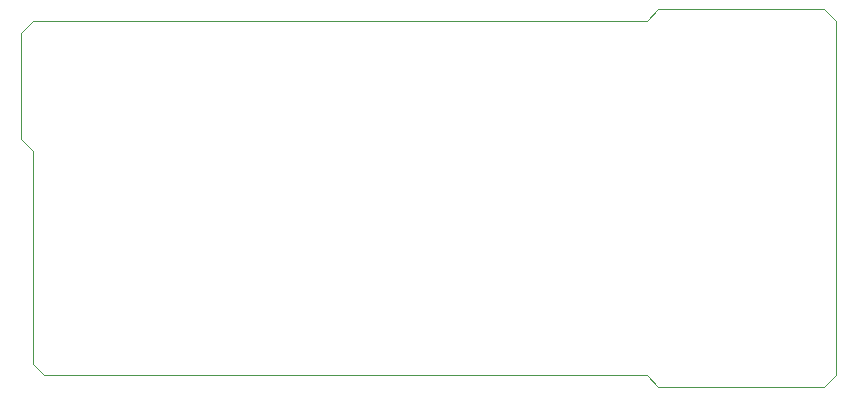
<source format=gm1>
G04 #@! TF.GenerationSoftware,KiCad,Pcbnew,6.0.9-8da3e8f707~116~ubuntu20.04.1*
G04 #@! TF.CreationDate,2023-05-05T17:22:20+00:00*
G04 #@! TF.ProjectId,LEC009002,4c454330-3039-4303-9032-2e6b69636164,rev?*
G04 #@! TF.SameCoordinates,Original*
G04 #@! TF.FileFunction,Profile,NP*
%FSLAX46Y46*%
G04 Gerber Fmt 4.6, Leading zero omitted, Abs format (unit mm)*
G04 Created by KiCad (PCBNEW 6.0.9-8da3e8f707~116~ubuntu20.04.1) date 2023-05-05 17:22:20*
%MOMM*%
%LPD*%
G01*
G04 APERTURE LIST*
G04 #@! TA.AperFunction,Profile*
%ADD10C,0.050000*%
G04 #@! TD*
G04 APERTURE END LIST*
D10*
X115000000Y-51000000D02*
X115000000Y-21000000D01*
X61500000Y-51000000D02*
X48000000Y-51000000D01*
X91500000Y-51000000D02*
X61500000Y-51000000D01*
X91500000Y-51000000D02*
X99000000Y-51000000D01*
X48000000Y-51000000D02*
X47000000Y-50000000D01*
X100000000Y-20000000D02*
X99000000Y-21000000D01*
X100000000Y-52000000D02*
X99000000Y-51000000D01*
X46000000Y-22000000D02*
X46000000Y-31000000D01*
X115000000Y-51000000D02*
X114000000Y-52000000D01*
X115000000Y-21000000D02*
X114000000Y-20000000D01*
X114000000Y-20000000D02*
X100000000Y-20000000D01*
X46000000Y-31000000D02*
X47000000Y-32000000D01*
X114000000Y-52000000D02*
X100000000Y-52000000D01*
X47000000Y-21000000D02*
X46000000Y-22000000D01*
X47000000Y-32000000D02*
X47000000Y-50000000D01*
X99000000Y-21000000D02*
X47000000Y-21000000D01*
M02*

</source>
